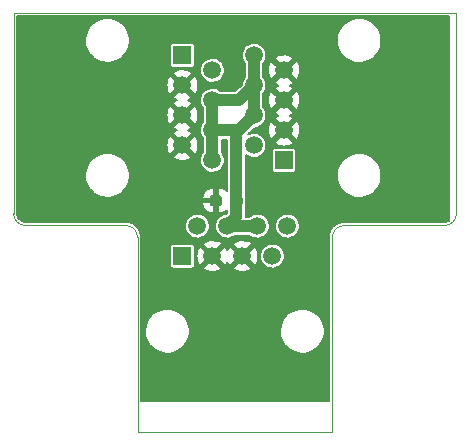
<source format=gbr>
G04 #@! TF.GenerationSoftware,KiCad,Pcbnew,5.99.0-unknown-06c979d~86~ubuntu18.04.1*
G04 #@! TF.CreationDate,2020-01-24T15:10:46+02:00*
G04 #@! TF.ProjectId,interconnect,696e7465-7263-46f6-9e6e-6563742e6b69,rev?*
G04 #@! TF.SameCoordinates,Original*
G04 #@! TF.FileFunction,Copper,L2,Bot*
G04 #@! TF.FilePolarity,Positive*
%FSLAX46Y46*%
G04 Gerber Fmt 4.6, Leading zero omitted, Abs format (unit mm)*
G04 Created by KiCad (PCBNEW 5.99.0-unknown-06c979d~86~ubuntu18.04.1) date 2020-01-24 15:10:46*
%MOMM*%
%LPD*%
G04 APERTURE LIST*
%ADD10C,0.050000*%
%ADD11C,1.500000*%
%ADD12R,1.500000X1.500000*%
%ADD13C,1.000000*%
%ADD14C,0.200000*%
G04 APERTURE END LIST*
D10*
X93000000Y-97500000D02*
G75*
G02*
X92000000Y-96500000I0J1000000D01*
G01*
X129500000Y-96500000D02*
G75*
G02*
X128500000Y-97500000I-1000000J0D01*
G01*
X101500000Y-97500000D02*
G75*
G02*
X102500000Y-98500000I0J-1000000D01*
G01*
X119000000Y-98500000D02*
G75*
G02*
X120000000Y-97500000I1000000J0D01*
G01*
X102500000Y-115000000D02*
X119000000Y-115000000D01*
X102500000Y-98500000D02*
X102500000Y-115000000D01*
X101500000Y-97500000D02*
X93000000Y-97500000D01*
X119000000Y-98500000D02*
X119000000Y-115000000D01*
X128500000Y-97500000D02*
X120000000Y-97500000D01*
X92000000Y-96500000D02*
X92000000Y-79500000D01*
X129500000Y-79500000D02*
X129500000Y-96500000D01*
X92000000Y-79500000D02*
X129500000Y-79500000D01*
G04 #@! TA.AperFunction,SMDPad,CuDef*
G36*
X109503387Y-94943079D02*
G01*
X109580438Y-94994562D01*
X109631921Y-95071613D01*
X109650000Y-95162500D01*
X109650000Y-95637500D01*
X109631921Y-95728387D01*
X109580438Y-95805438D01*
X109503387Y-95856921D01*
X109412500Y-95875000D01*
X108837500Y-95875000D01*
X108746613Y-95856921D01*
X108669562Y-95805438D01*
X108618079Y-95728387D01*
X108600000Y-95637500D01*
X108600000Y-95162500D01*
X108618079Y-95071613D01*
X108669562Y-94994562D01*
X108746613Y-94943079D01*
X108837500Y-94925000D01*
X109412500Y-94925000D01*
X109503387Y-94943079D01*
G37*
G04 #@! TD.AperFunction*
G04 #@! TA.AperFunction,SMDPad,CuDef*
G36*
X111253387Y-94943079D02*
G01*
X111330438Y-94994562D01*
X111381921Y-95071613D01*
X111400000Y-95162500D01*
X111400000Y-95637500D01*
X111381921Y-95728387D01*
X111330438Y-95805438D01*
X111253387Y-95856921D01*
X111162500Y-95875000D01*
X110587500Y-95875000D01*
X110496613Y-95856921D01*
X110419562Y-95805438D01*
X110368079Y-95728387D01*
X110350000Y-95637500D01*
X110350000Y-95162500D01*
X110368079Y-95071613D01*
X110419562Y-94994562D01*
X110496613Y-94943079D01*
X110587500Y-94925000D01*
X111162500Y-94925000D01*
X111253387Y-94943079D01*
G37*
G04 #@! TD.AperFunction*
D11*
X112360000Y-83110000D03*
X114900000Y-84380000D03*
X112360000Y-85650000D03*
X114900000Y-86920000D03*
X112360000Y-88190000D03*
X114900000Y-89460000D03*
X112360000Y-90730000D03*
D12*
X114900000Y-92000000D03*
D11*
X115190000Y-97560000D03*
X113920000Y-100100000D03*
X112650000Y-97560000D03*
X111380000Y-100100000D03*
X110110000Y-97560000D03*
X108840000Y-100100000D03*
X107570000Y-97560000D03*
D12*
X106300000Y-100100000D03*
D11*
X108840000Y-91990000D03*
X106300000Y-90720000D03*
X108840000Y-89450000D03*
X106300000Y-88180000D03*
X108840000Y-86910000D03*
X106300000Y-85640000D03*
X108840000Y-84370000D03*
D12*
X106300000Y-83100000D03*
D13*
X112360000Y-85650000D02*
X112360000Y-83110000D01*
X108840000Y-89450000D02*
X108840000Y-91990000D01*
X108840000Y-86910000D02*
X111100000Y-86910000D01*
X111100000Y-86910000D02*
X112360000Y-85650000D01*
X110850000Y-89450000D02*
X111100000Y-89450000D01*
X108840000Y-89450000D02*
X110850000Y-89450000D01*
X110110000Y-97560000D02*
X110859999Y-96810001D01*
X110859999Y-96810001D02*
X110859999Y-89459999D01*
X110859999Y-89459999D02*
X110850000Y-89450000D01*
X110110000Y-97560000D02*
X112650000Y-97560000D01*
X111100000Y-89450000D02*
X112360000Y-88190000D01*
X112360000Y-85650000D02*
X112360000Y-88190000D01*
X108840000Y-86910000D02*
X108840000Y-89450000D01*
G36*
X128901000Y-97063132D02*
G01*
X128867918Y-97088793D01*
X128742010Y-97150747D01*
X128602585Y-97187065D01*
X128465550Y-97197609D01*
X128454630Y-97201000D01*
X120022390Y-97201000D01*
X119988152Y-97195853D01*
X119976520Y-97196765D01*
X119812565Y-97209381D01*
X119797464Y-97214070D01*
X119781585Y-97214527D01*
X119770366Y-97217446D01*
X119563975Y-97271206D01*
X119546645Y-97280208D01*
X119527544Y-97284706D01*
X119517147Y-97289823D01*
X119325797Y-97383980D01*
X119310633Y-97396281D01*
X119292784Y-97404547D01*
X119283670Y-97411631D01*
X119115160Y-97542341D01*
X119102778Y-97557442D01*
X119087060Y-97569051D01*
X119079503Y-97577842D01*
X118940669Y-97739823D01*
X118931578Y-97757103D01*
X118918422Y-97771739D01*
X118912783Y-97781940D01*
X118912784Y-97781940D01*
X118809450Y-97968358D01*
X118804019Y-97987114D01*
X118794116Y-98004026D01*
X118790645Y-98015089D01*
X118726865Y-98218609D01*
X118725316Y-98238075D01*
X118719003Y-98256672D01*
X118717839Y-98268185D01*
X118696287Y-98480356D01*
X118701000Y-98518467D01*
X118701001Y-112401000D01*
X102799000Y-112401000D01*
X102799000Y-106541366D01*
X103127873Y-106541366D01*
X103162270Y-106821514D01*
X103237700Y-107093502D01*
X103352502Y-107351352D01*
X103504156Y-107589401D01*
X103689330Y-107802420D01*
X103903957Y-107985728D01*
X104143321Y-108135299D01*
X104402164Y-108247848D01*
X104674798Y-108320900D01*
X104955237Y-108352851D01*
X105237318Y-108343001D01*
X105514843Y-108291565D01*
X105781718Y-108199672D01*
X106032080Y-108069343D01*
X106260427Y-107903438D01*
X106461743Y-107705605D01*
X106631607Y-107480188D01*
X106766286Y-107232140D01*
X106862823Y-106966910D01*
X106919355Y-106689045D01*
X106923221Y-106541366D01*
X114557873Y-106541366D01*
X114592270Y-106821514D01*
X114667700Y-107093502D01*
X114782502Y-107351352D01*
X114934156Y-107589401D01*
X115119330Y-107802420D01*
X115333957Y-107985728D01*
X115573321Y-108135299D01*
X115832164Y-108247848D01*
X116104798Y-108320900D01*
X116385237Y-108352851D01*
X116667318Y-108343001D01*
X116944843Y-108291565D01*
X117211718Y-108199672D01*
X117462080Y-108069343D01*
X117690427Y-107903438D01*
X117891743Y-107705605D01*
X118061607Y-107480188D01*
X118196286Y-107232140D01*
X118292823Y-106966910D01*
X118349355Y-106689045D01*
X118359276Y-106310164D01*
X118317364Y-106029722D01*
X118234841Y-105759802D01*
X118113329Y-105505045D01*
X117955495Y-105271047D01*
X117764808Y-105062948D01*
X117545456Y-104885322D01*
X117302259Y-104742068D01*
X117040559Y-104636334D01*
X116766105Y-104570443D01*
X116484926Y-104545844D01*
X116203201Y-104563074D01*
X115927115Y-104621758D01*
X115662737Y-104720605D01*
X115415874Y-104857443D01*
X115191948Y-105029268D01*
X114995879Y-105232304D01*
X114831974Y-105462090D01*
X114703834Y-105713579D01*
X114614275Y-105981246D01*
X114565261Y-106259210D01*
X114557873Y-106541366D01*
X106923221Y-106541366D01*
X106929276Y-106310164D01*
X106887364Y-106029722D01*
X106804841Y-105759802D01*
X106683329Y-105505045D01*
X106525495Y-105271047D01*
X106334808Y-105062948D01*
X106115456Y-104885322D01*
X105872259Y-104742068D01*
X105610559Y-104636334D01*
X105336105Y-104570443D01*
X105054926Y-104545844D01*
X104773201Y-104563074D01*
X104497115Y-104621758D01*
X104232737Y-104720605D01*
X103985874Y-104857443D01*
X103761948Y-105029268D01*
X103565879Y-105232304D01*
X103401974Y-105462090D01*
X103273834Y-105713579D01*
X103184275Y-105981246D01*
X103135261Y-106259210D01*
X103127873Y-106541366D01*
X102799000Y-106541366D01*
X102799000Y-101164295D01*
X107994908Y-101164295D01*
X108152592Y-101276357D01*
X108371771Y-101379495D01*
X108605750Y-101442189D01*
X108847133Y-101462459D01*
X109088292Y-101439663D01*
X109321601Y-101374521D01*
X109539688Y-101269094D01*
X109683933Y-101164295D01*
X110534908Y-101164295D01*
X110692592Y-101276357D01*
X110911771Y-101379495D01*
X111145750Y-101442189D01*
X111387133Y-101462459D01*
X111628292Y-101439663D01*
X111861601Y-101374521D01*
X112079688Y-101269094D01*
X112224605Y-101163807D01*
X111380000Y-100319203D01*
X110534908Y-101164295D01*
X109683933Y-101164295D01*
X109684605Y-101163807D01*
X108840000Y-100319203D01*
X107994908Y-101164295D01*
X102799000Y-101164295D01*
X102799000Y-99340250D01*
X105247082Y-99340250D01*
X105247082Y-100859750D01*
X105268348Y-100966664D01*
X105334433Y-101065567D01*
X105433336Y-101131652D01*
X105540250Y-101152918D01*
X107059750Y-101152918D01*
X107166664Y-101131652D01*
X107265567Y-101065567D01*
X107331652Y-100966664D01*
X107352918Y-100859750D01*
X107352918Y-100064334D01*
X107477990Y-100064334D01*
X107493199Y-100306089D01*
X107550980Y-100541330D01*
X107649505Y-100762621D01*
X107774400Y-100946397D01*
X108620797Y-100100000D01*
X109059203Y-100100000D01*
X109906418Y-100947215D01*
X110037369Y-100750118D01*
X110109611Y-100583176D01*
X110189505Y-100762621D01*
X110314400Y-100946397D01*
X111160797Y-100100000D01*
X111599203Y-100100000D01*
X112446418Y-100947215D01*
X112577369Y-100750118D01*
X112673571Y-100527808D01*
X112729184Y-100290701D01*
X112734274Y-100096320D01*
X112865598Y-100096320D01*
X112886394Y-100308412D01*
X112949412Y-100511991D01*
X113052078Y-100698739D01*
X113190198Y-100861030D01*
X113358131Y-100992233D01*
X113549015Y-101086989D01*
X113755054Y-101141427D01*
X113967831Y-101153323D01*
X114178655Y-101122191D01*
X114378911Y-101049303D01*
X114560423Y-100937638D01*
X114715772Y-100791754D01*
X114838615Y-100617614D01*
X114923933Y-100422328D01*
X114968278Y-100213704D01*
X114969046Y-99993616D01*
X114926159Y-99784688D01*
X114842206Y-99588813D01*
X114720582Y-99413818D01*
X114566254Y-99266854D01*
X114385527Y-99153923D01*
X114185784Y-99079639D01*
X113975184Y-99047037D01*
X113762329Y-99057447D01*
X113555915Y-99110445D01*
X113364373Y-99203866D01*
X113195529Y-99333894D01*
X113056280Y-99495216D01*
X112952312Y-99681244D01*
X112887874Y-99884378D01*
X112865598Y-100096320D01*
X112734274Y-100096320D01*
X112737316Y-99980171D01*
X112694188Y-99740479D01*
X112609752Y-99513438D01*
X112452190Y-99247013D01*
X111599203Y-100100000D01*
X111160797Y-100100000D01*
X110316848Y-99256051D01*
X110225816Y-99375981D01*
X110115844Y-99591812D01*
X110108251Y-99616960D01*
X110069752Y-99513438D01*
X109912190Y-99247013D01*
X109059203Y-100100000D01*
X108620797Y-100100000D01*
X107776848Y-99256051D01*
X107685816Y-99375981D01*
X107575844Y-99591812D01*
X107505831Y-99823707D01*
X107477990Y-100064334D01*
X107352918Y-100064334D01*
X107352918Y-99340250D01*
X107331652Y-99233336D01*
X107265567Y-99134433D01*
X107166664Y-99068348D01*
X107059750Y-99047082D01*
X105540250Y-99047082D01*
X105433336Y-99068348D01*
X105334433Y-99134433D01*
X105268348Y-99233336D01*
X105247082Y-99340250D01*
X102799000Y-99340250D01*
X102799000Y-99031614D01*
X107990817Y-99031614D01*
X108840000Y-99880797D01*
X109689183Y-99031614D01*
X110530817Y-99031614D01*
X111380000Y-99880797D01*
X112237836Y-99022961D01*
X111927645Y-98852430D01*
X111698064Y-98775168D01*
X111458429Y-98739781D01*
X111216316Y-98747390D01*
X110979376Y-98797753D01*
X110755100Y-98889279D01*
X110530817Y-99031614D01*
X109689183Y-99031614D01*
X109697836Y-99022961D01*
X109387645Y-98852430D01*
X109158064Y-98775168D01*
X108918429Y-98739781D01*
X108676316Y-98747390D01*
X108439376Y-98797753D01*
X108215100Y-98889279D01*
X107990817Y-99031614D01*
X102799000Y-99031614D01*
X102799000Y-98522390D01*
X102804147Y-98488152D01*
X102803235Y-98476520D01*
X102790619Y-98312565D01*
X102785930Y-98297464D01*
X102785473Y-98281585D01*
X102782554Y-98270366D01*
X102728794Y-98063975D01*
X102719792Y-98046645D01*
X102715294Y-98027544D01*
X102710177Y-98017147D01*
X102616020Y-97825797D01*
X102603719Y-97810633D01*
X102595453Y-97792784D01*
X102588369Y-97783670D01*
X102457659Y-97615160D01*
X102442558Y-97602778D01*
X102430949Y-97587060D01*
X102422158Y-97579503D01*
X102395110Y-97556320D01*
X106515598Y-97556320D01*
X106536394Y-97768412D01*
X106599412Y-97971991D01*
X106702078Y-98158739D01*
X106840198Y-98321030D01*
X107008131Y-98452233D01*
X107199015Y-98546989D01*
X107405054Y-98601427D01*
X107617831Y-98613323D01*
X107828655Y-98582191D01*
X108028911Y-98509303D01*
X108210423Y-98397638D01*
X108365772Y-98251754D01*
X108488615Y-98077614D01*
X108573933Y-97882328D01*
X108618278Y-97673704D01*
X108619046Y-97453616D01*
X108576159Y-97244688D01*
X108492206Y-97048813D01*
X108370582Y-96873818D01*
X108216254Y-96726854D01*
X108035527Y-96613923D01*
X107835784Y-96539639D01*
X107625184Y-96507037D01*
X107412329Y-96517447D01*
X107205915Y-96570445D01*
X107014373Y-96663866D01*
X106845529Y-96793894D01*
X106706280Y-96955216D01*
X106602312Y-97141244D01*
X106537874Y-97344378D01*
X106515598Y-97556320D01*
X102395110Y-97556320D01*
X102260177Y-97440669D01*
X102242897Y-97431578D01*
X102228261Y-97418422D01*
X102218060Y-97412783D01*
X102218060Y-97412784D01*
X102031642Y-97309450D01*
X102012886Y-97304019D01*
X101995974Y-97294116D01*
X101984911Y-97290645D01*
X101781391Y-97226865D01*
X101761925Y-97225316D01*
X101743328Y-97219003D01*
X101731770Y-97217834D01*
X101519644Y-97196287D01*
X101481533Y-97201000D01*
X93049385Y-97201000D01*
X93042250Y-97198578D01*
X93030692Y-97197409D01*
X92860397Y-97180111D01*
X92726484Y-97138146D01*
X92603761Y-97070120D01*
X92497211Y-96978796D01*
X92411208Y-96867921D01*
X92349253Y-96742010D01*
X92312935Y-96602585D01*
X92302391Y-96465550D01*
X92299000Y-96454630D01*
X92299000Y-95554999D01*
X107968044Y-95554999D01*
X108061897Y-95986431D01*
X108195148Y-96193775D01*
X108378676Y-96352803D01*
X108599573Y-96453682D01*
X108832861Y-96487224D01*
X108970000Y-96487224D01*
X108970001Y-95555000D01*
X107968044Y-95554999D01*
X92299000Y-95554999D01*
X92299000Y-95245000D01*
X107975246Y-95245000D01*
X108970000Y-95245001D01*
X108970001Y-94312776D01*
X108829298Y-94312776D01*
X108488569Y-94386897D01*
X108281225Y-94520148D01*
X108122197Y-94703676D01*
X108021318Y-94924573D01*
X107975246Y-95245000D01*
X92299000Y-95245000D01*
X92299000Y-93351366D01*
X98047873Y-93351366D01*
X98082270Y-93631514D01*
X98157700Y-93903502D01*
X98272502Y-94161352D01*
X98424156Y-94399401D01*
X98609330Y-94612420D01*
X98823957Y-94795728D01*
X99063321Y-94945299D01*
X99322164Y-95057848D01*
X99594798Y-95130900D01*
X99875237Y-95162851D01*
X100157318Y-95153001D01*
X100434843Y-95101565D01*
X100701718Y-95009672D01*
X100952080Y-94879343D01*
X101180427Y-94713438D01*
X101381743Y-94515605D01*
X101551607Y-94290188D01*
X101686286Y-94042140D01*
X101782823Y-93776910D01*
X101839355Y-93499045D01*
X101849276Y-93120164D01*
X101807364Y-92839722D01*
X101724841Y-92569802D01*
X101603329Y-92315045D01*
X101445495Y-92081047D01*
X101254808Y-91872948D01*
X101145330Y-91784295D01*
X105454908Y-91784295D01*
X105612592Y-91896357D01*
X105831771Y-91999495D01*
X106065750Y-92062189D01*
X106307133Y-92082459D01*
X106548292Y-92059663D01*
X106781601Y-91994521D01*
X106999688Y-91889094D01*
X107144605Y-91783807D01*
X106300000Y-90939203D01*
X105454908Y-91784295D01*
X101145330Y-91784295D01*
X101035456Y-91695322D01*
X100792259Y-91552068D01*
X100530559Y-91446334D01*
X100256105Y-91380443D01*
X99974926Y-91355844D01*
X99693201Y-91373074D01*
X99417115Y-91431758D01*
X99152737Y-91530605D01*
X98905874Y-91667443D01*
X98681948Y-91839268D01*
X98485879Y-92042304D01*
X98321974Y-92272090D01*
X98193834Y-92523579D01*
X98104275Y-92791246D01*
X98055261Y-93069210D01*
X98047873Y-93351366D01*
X92299000Y-93351366D01*
X92299000Y-90684334D01*
X104937990Y-90684334D01*
X104953199Y-90926089D01*
X105010980Y-91161330D01*
X105109505Y-91382621D01*
X105234400Y-91566397D01*
X106080797Y-90720000D01*
X106519203Y-90720000D01*
X107366418Y-91567215D01*
X107497369Y-91370118D01*
X107593571Y-91147808D01*
X107649184Y-90910701D01*
X107657316Y-90600171D01*
X107614188Y-90360479D01*
X107529752Y-90133438D01*
X107372190Y-89867013D01*
X106519203Y-90720000D01*
X106080797Y-90720000D01*
X105236848Y-89876051D01*
X105145816Y-89995981D01*
X105035844Y-90211812D01*
X104965831Y-90443707D01*
X104937990Y-90684334D01*
X92299000Y-90684334D01*
X92299000Y-89651614D01*
X105450817Y-89651614D01*
X106300000Y-90500797D01*
X107157836Y-89642961D01*
X106847645Y-89472430D01*
X106786866Y-89451976D01*
X106999688Y-89349094D01*
X107144605Y-89243807D01*
X106300000Y-88399203D01*
X105454908Y-89244295D01*
X105612592Y-89356357D01*
X105815664Y-89451916D01*
X105675100Y-89509279D01*
X105450817Y-89651614D01*
X92299000Y-89651614D01*
X92299000Y-88144334D01*
X104937990Y-88144334D01*
X104953199Y-88386089D01*
X105010980Y-88621330D01*
X105109505Y-88842621D01*
X105234400Y-89026397D01*
X106080797Y-88180000D01*
X106519203Y-88180000D01*
X107366418Y-89027215D01*
X107497369Y-88830118D01*
X107593571Y-88607808D01*
X107649184Y-88370701D01*
X107657316Y-88060171D01*
X107614188Y-87820479D01*
X107529752Y-87593438D01*
X107372190Y-87327013D01*
X106519203Y-88180000D01*
X106080797Y-88180000D01*
X105236848Y-87336051D01*
X105145816Y-87455981D01*
X105035844Y-87671812D01*
X104965831Y-87903707D01*
X104937990Y-88144334D01*
X92299000Y-88144334D01*
X92299000Y-87111614D01*
X105450817Y-87111614D01*
X106300000Y-87960797D01*
X107157836Y-87102961D01*
X106847645Y-86932430D01*
X106786866Y-86911976D01*
X106798566Y-86906320D01*
X107785598Y-86906320D01*
X107806394Y-87118412D01*
X107869412Y-87321991D01*
X107972078Y-87508739D01*
X108041000Y-87589722D01*
X108041001Y-88770236D01*
X107976280Y-88845216D01*
X107872312Y-89031244D01*
X107807874Y-89234378D01*
X107785598Y-89446320D01*
X107806394Y-89658412D01*
X107869412Y-89861991D01*
X107972078Y-90048739D01*
X108041000Y-90129722D01*
X108041001Y-91310236D01*
X107976280Y-91385216D01*
X107872312Y-91571244D01*
X107807874Y-91774378D01*
X107785598Y-91986320D01*
X107806394Y-92198412D01*
X107869412Y-92401991D01*
X107972078Y-92588739D01*
X108110198Y-92751030D01*
X108278131Y-92882233D01*
X108469015Y-92976989D01*
X108675054Y-93031427D01*
X108887831Y-93043323D01*
X109098655Y-93012191D01*
X109298911Y-92939303D01*
X109480423Y-92827638D01*
X109635772Y-92681754D01*
X109758615Y-92507614D01*
X109843933Y-92312328D01*
X109888278Y-92103704D01*
X109889046Y-91883616D01*
X109846159Y-91674688D01*
X109762206Y-91478813D01*
X109640582Y-91303818D01*
X109639000Y-91302311D01*
X109639000Y-90249000D01*
X110061000Y-90249000D01*
X110060999Y-94615790D01*
X110054852Y-94606225D01*
X109871324Y-94447197D01*
X109650427Y-94346318D01*
X109417139Y-94312776D01*
X109280000Y-94312776D01*
X109279999Y-95245001D01*
X109280000Y-95245001D01*
X109279999Y-96487224D01*
X109420702Y-96487224D01*
X109761431Y-96413103D01*
X109968775Y-96279852D01*
X110060999Y-96173420D01*
X110060999Y-96479044D01*
X110026209Y-96513834D01*
X109952329Y-96517447D01*
X109745915Y-96570445D01*
X109554373Y-96663866D01*
X109385529Y-96793894D01*
X109246280Y-96955216D01*
X109142312Y-97141244D01*
X109077874Y-97344378D01*
X109055598Y-97556320D01*
X109076394Y-97768412D01*
X109139412Y-97971991D01*
X109242078Y-98158739D01*
X109380198Y-98321030D01*
X109548131Y-98452233D01*
X109739015Y-98546989D01*
X109945054Y-98601427D01*
X110157831Y-98613323D01*
X110368655Y-98582191D01*
X110568911Y-98509303D01*
X110750423Y-98397638D01*
X110791567Y-98359000D01*
X111968798Y-98359000D01*
X112088131Y-98452233D01*
X112279015Y-98546989D01*
X112485054Y-98601427D01*
X112697831Y-98613323D01*
X112908655Y-98582191D01*
X113108911Y-98509303D01*
X113290423Y-98397638D01*
X113445772Y-98251754D01*
X113568615Y-98077614D01*
X113653933Y-97882328D01*
X113698278Y-97673704D01*
X113698687Y-97556320D01*
X114135598Y-97556320D01*
X114156394Y-97768412D01*
X114219412Y-97971991D01*
X114322078Y-98158739D01*
X114460198Y-98321030D01*
X114628131Y-98452233D01*
X114819015Y-98546989D01*
X115025054Y-98601427D01*
X115237831Y-98613323D01*
X115448655Y-98582191D01*
X115648911Y-98509303D01*
X115830423Y-98397638D01*
X115985772Y-98251754D01*
X116108615Y-98077614D01*
X116193933Y-97882328D01*
X116238278Y-97673704D01*
X116239046Y-97453616D01*
X116196159Y-97244688D01*
X116112206Y-97048813D01*
X115990582Y-96873818D01*
X115836254Y-96726854D01*
X115655527Y-96613923D01*
X115455784Y-96539639D01*
X115245184Y-96507037D01*
X115032329Y-96517447D01*
X114825915Y-96570445D01*
X114634373Y-96663866D01*
X114465529Y-96793894D01*
X114326280Y-96955216D01*
X114222312Y-97141244D01*
X114157874Y-97344378D01*
X114135598Y-97556320D01*
X113698687Y-97556320D01*
X113699046Y-97453616D01*
X113656159Y-97244688D01*
X113572206Y-97048813D01*
X113450582Y-96873818D01*
X113296254Y-96726854D01*
X113115527Y-96613923D01*
X112915784Y-96539639D01*
X112705184Y-96507037D01*
X112492329Y-96517447D01*
X112285915Y-96570445D01*
X112094373Y-96663866D01*
X111968243Y-96761000D01*
X111661579Y-96761000D01*
X111663137Y-96721335D01*
X111658999Y-96705727D01*
X111658999Y-95843993D01*
X111667323Y-95830549D01*
X111702464Y-95642560D01*
X111702464Y-95155128D01*
X111658999Y-94970330D01*
X111658999Y-93361366D01*
X119347873Y-93361366D01*
X119382270Y-93641514D01*
X119457700Y-93913502D01*
X119572502Y-94171352D01*
X119724156Y-94409401D01*
X119909330Y-94622420D01*
X120123957Y-94805728D01*
X120363321Y-94955299D01*
X120622164Y-95067848D01*
X120894798Y-95140900D01*
X121175237Y-95172851D01*
X121457318Y-95163001D01*
X121734843Y-95111565D01*
X122001718Y-95019672D01*
X122252080Y-94889343D01*
X122480427Y-94723438D01*
X122681743Y-94525605D01*
X122851607Y-94300188D01*
X122986286Y-94052140D01*
X123082823Y-93786910D01*
X123139355Y-93509045D01*
X123149276Y-93130164D01*
X123107364Y-92849722D01*
X123024841Y-92579802D01*
X122903329Y-92325045D01*
X122745495Y-92091047D01*
X122554808Y-91882948D01*
X122335456Y-91705322D01*
X122092259Y-91562068D01*
X121830559Y-91456334D01*
X121556105Y-91390443D01*
X121274926Y-91365844D01*
X120993201Y-91383074D01*
X120717115Y-91441758D01*
X120452737Y-91540605D01*
X120205874Y-91677443D01*
X119981948Y-91849268D01*
X119785879Y-92052304D01*
X119621974Y-92282090D01*
X119493834Y-92533579D01*
X119404275Y-92801246D01*
X119355261Y-93079210D01*
X119347873Y-93361366D01*
X111658999Y-93361366D01*
X111658999Y-91513532D01*
X111798131Y-91622233D01*
X111989015Y-91716989D01*
X112195054Y-91771427D01*
X112407831Y-91783323D01*
X112618655Y-91752191D01*
X112818911Y-91679303D01*
X113000423Y-91567638D01*
X113155772Y-91421754D01*
X113278615Y-91247614D01*
X113281832Y-91240250D01*
X113847082Y-91240250D01*
X113847082Y-92759750D01*
X113868348Y-92866664D01*
X113934433Y-92965567D01*
X114033336Y-93031652D01*
X114140250Y-93052918D01*
X115659750Y-93052918D01*
X115766664Y-93031652D01*
X115865567Y-92965567D01*
X115931652Y-92866664D01*
X115952918Y-92759750D01*
X115952918Y-91240250D01*
X115931652Y-91133336D01*
X115865567Y-91034433D01*
X115766664Y-90968348D01*
X115659750Y-90947082D01*
X114140250Y-90947082D01*
X114033336Y-90968348D01*
X113934433Y-91034433D01*
X113868348Y-91133336D01*
X113847082Y-91240250D01*
X113281832Y-91240250D01*
X113363933Y-91052328D01*
X113408278Y-90843704D01*
X113409046Y-90623616D01*
X113388659Y-90524295D01*
X114054908Y-90524295D01*
X114212592Y-90636357D01*
X114431771Y-90739495D01*
X114665750Y-90802189D01*
X114907133Y-90822459D01*
X115148292Y-90799663D01*
X115381601Y-90734521D01*
X115599688Y-90629094D01*
X115744605Y-90523807D01*
X114900000Y-89679203D01*
X114054908Y-90524295D01*
X113388659Y-90524295D01*
X113366159Y-90414688D01*
X113282206Y-90218813D01*
X113160582Y-90043818D01*
X113006254Y-89896854D01*
X112825527Y-89783923D01*
X112625784Y-89709639D01*
X112415184Y-89677037D01*
X112202329Y-89687447D01*
X111995915Y-89740445D01*
X111885811Y-89794146D01*
X112255623Y-89424334D01*
X113537990Y-89424334D01*
X113553199Y-89666089D01*
X113610980Y-89901330D01*
X113709505Y-90122621D01*
X113834400Y-90306397D01*
X114680797Y-89460000D01*
X115119203Y-89460000D01*
X115966418Y-90307215D01*
X116097369Y-90110118D01*
X116193571Y-89887808D01*
X116249184Y-89650701D01*
X116257316Y-89340171D01*
X116214188Y-89100479D01*
X116129752Y-88873438D01*
X115972190Y-88607013D01*
X115119203Y-89460000D01*
X114680797Y-89460000D01*
X113836848Y-88616051D01*
X113745816Y-88735981D01*
X113635844Y-88951812D01*
X113565831Y-89183707D01*
X113537990Y-89424334D01*
X112255623Y-89424334D01*
X112441624Y-89238333D01*
X112618655Y-89212191D01*
X112818911Y-89139303D01*
X113000423Y-89027638D01*
X113155772Y-88881754D01*
X113278615Y-88707614D01*
X113363933Y-88512328D01*
X113389591Y-88391614D01*
X114050817Y-88391614D01*
X114900000Y-89240797D01*
X115757836Y-88382961D01*
X115447645Y-88212430D01*
X115386866Y-88191976D01*
X115599688Y-88089094D01*
X115744605Y-87983807D01*
X114900000Y-87139203D01*
X114054908Y-87984295D01*
X114212592Y-88096357D01*
X114415664Y-88191916D01*
X114275100Y-88249279D01*
X114050817Y-88391614D01*
X113389591Y-88391614D01*
X113408278Y-88303704D01*
X113409046Y-88083616D01*
X113366159Y-87874688D01*
X113282206Y-87678813D01*
X113160582Y-87503818D01*
X113159000Y-87502311D01*
X113159000Y-86884334D01*
X113537990Y-86884334D01*
X113553199Y-87126089D01*
X113610980Y-87361330D01*
X113709505Y-87582621D01*
X113834400Y-87766397D01*
X114680797Y-86920000D01*
X115119203Y-86920000D01*
X115966418Y-87767215D01*
X116097369Y-87570118D01*
X116193571Y-87347808D01*
X116249184Y-87110701D01*
X116257316Y-86800171D01*
X116214188Y-86560479D01*
X116129752Y-86333438D01*
X115972190Y-86067013D01*
X115119203Y-86920000D01*
X114680797Y-86920000D01*
X113836848Y-86076051D01*
X113745816Y-86195981D01*
X113635844Y-86411812D01*
X113565831Y-86643707D01*
X113537990Y-86884334D01*
X113159000Y-86884334D01*
X113159000Y-86337177D01*
X113278615Y-86167614D01*
X113363933Y-85972328D01*
X113389591Y-85851614D01*
X114050817Y-85851614D01*
X114900000Y-86700797D01*
X115757836Y-85842961D01*
X115447645Y-85672430D01*
X115386866Y-85651976D01*
X115599688Y-85549094D01*
X115744605Y-85443807D01*
X114900000Y-84599203D01*
X114054908Y-85444295D01*
X114212592Y-85556357D01*
X114415664Y-85651916D01*
X114275100Y-85709279D01*
X114050817Y-85851614D01*
X113389591Y-85851614D01*
X113408278Y-85763704D01*
X113409046Y-85543616D01*
X113366159Y-85334688D01*
X113282206Y-85138813D01*
X113160582Y-84963818D01*
X113159000Y-84962311D01*
X113159000Y-84344334D01*
X113537990Y-84344334D01*
X113553199Y-84586089D01*
X113610980Y-84821330D01*
X113709505Y-85042621D01*
X113834400Y-85226397D01*
X114680797Y-84380000D01*
X115119203Y-84380000D01*
X115966418Y-85227215D01*
X116097369Y-85030118D01*
X116193571Y-84807808D01*
X116249184Y-84570701D01*
X116257316Y-84260171D01*
X116214188Y-84020479D01*
X116129752Y-83793438D01*
X115972190Y-83527013D01*
X115119203Y-84380000D01*
X114680797Y-84380000D01*
X113836848Y-83536051D01*
X113745816Y-83655981D01*
X113635844Y-83871812D01*
X113565831Y-84103707D01*
X113537990Y-84344334D01*
X113159000Y-84344334D01*
X113159000Y-83797177D01*
X113278615Y-83627614D01*
X113363933Y-83432328D01*
X113389591Y-83311614D01*
X114050817Y-83311614D01*
X114900000Y-84160797D01*
X115757836Y-83302961D01*
X115447645Y-83132430D01*
X115218064Y-83055168D01*
X114978429Y-83019781D01*
X114736316Y-83027390D01*
X114499376Y-83077753D01*
X114275100Y-83169279D01*
X114050817Y-83311614D01*
X113389591Y-83311614D01*
X113408278Y-83223704D01*
X113409046Y-83003616D01*
X113366159Y-82794688D01*
X113282206Y-82598813D01*
X113160582Y-82423818D01*
X113006254Y-82276854D01*
X112825527Y-82163923D01*
X112625784Y-82089639D01*
X112415184Y-82057037D01*
X112202329Y-82067447D01*
X111995915Y-82120445D01*
X111804373Y-82213866D01*
X111635529Y-82343894D01*
X111496280Y-82505216D01*
X111392312Y-82691244D01*
X111327874Y-82894378D01*
X111305598Y-83106320D01*
X111326394Y-83318412D01*
X111389412Y-83521991D01*
X111492078Y-83708739D01*
X111561001Y-83789723D01*
X111561000Y-84970236D01*
X111496280Y-85045216D01*
X111392312Y-85231244D01*
X111327874Y-85434378D01*
X111314040Y-85566002D01*
X110769043Y-86111000D01*
X109522111Y-86111000D01*
X109486254Y-86076854D01*
X109305527Y-85963923D01*
X109105784Y-85889639D01*
X108895184Y-85857037D01*
X108682329Y-85867447D01*
X108475915Y-85920445D01*
X108284373Y-86013866D01*
X108115529Y-86143894D01*
X107976280Y-86305216D01*
X107872312Y-86491244D01*
X107807874Y-86694378D01*
X107785598Y-86906320D01*
X106798566Y-86906320D01*
X106999688Y-86809094D01*
X107144605Y-86703807D01*
X106300000Y-85859203D01*
X105454908Y-86704295D01*
X105612592Y-86816357D01*
X105815664Y-86911916D01*
X105675100Y-86969279D01*
X105450817Y-87111614D01*
X92299000Y-87111614D01*
X92299000Y-85604334D01*
X104937990Y-85604334D01*
X104953199Y-85846089D01*
X105010980Y-86081330D01*
X105109505Y-86302621D01*
X105234400Y-86486397D01*
X106080797Y-85640000D01*
X106519203Y-85640000D01*
X107366418Y-86487215D01*
X107497369Y-86290118D01*
X107593571Y-86067808D01*
X107649184Y-85830701D01*
X107657316Y-85520171D01*
X107614188Y-85280479D01*
X107529752Y-85053438D01*
X107372190Y-84787013D01*
X106519203Y-85640000D01*
X106080797Y-85640000D01*
X105236848Y-84796051D01*
X105145816Y-84915981D01*
X105035844Y-85131812D01*
X104965831Y-85363707D01*
X104937990Y-85604334D01*
X92299000Y-85604334D01*
X92299000Y-84571614D01*
X105450817Y-84571614D01*
X106300000Y-85420797D01*
X107157836Y-84562961D01*
X106847645Y-84392430D01*
X106770061Y-84366320D01*
X107785598Y-84366320D01*
X107806394Y-84578412D01*
X107869412Y-84781991D01*
X107972078Y-84968739D01*
X108110198Y-85131030D01*
X108278131Y-85262233D01*
X108469015Y-85356989D01*
X108675054Y-85411427D01*
X108887831Y-85423323D01*
X109098655Y-85392191D01*
X109298911Y-85319303D01*
X109480423Y-85207638D01*
X109635772Y-85061754D01*
X109758615Y-84887614D01*
X109843933Y-84692328D01*
X109888278Y-84483704D01*
X109889046Y-84263616D01*
X109846159Y-84054688D01*
X109762206Y-83858813D01*
X109640582Y-83683818D01*
X109486254Y-83536854D01*
X109305527Y-83423923D01*
X109105784Y-83349639D01*
X108895184Y-83317037D01*
X108682329Y-83327447D01*
X108475915Y-83380445D01*
X108284373Y-83473866D01*
X108115529Y-83603894D01*
X107976280Y-83765216D01*
X107872312Y-83951244D01*
X107807874Y-84154378D01*
X107785598Y-84366320D01*
X106770061Y-84366320D01*
X106618064Y-84315168D01*
X106378429Y-84279781D01*
X106136316Y-84287390D01*
X105899376Y-84337753D01*
X105675100Y-84429279D01*
X105450817Y-84571614D01*
X92299000Y-84571614D01*
X92299000Y-81921366D01*
X98047873Y-81921366D01*
X98082270Y-82201514D01*
X98157700Y-82473502D01*
X98272502Y-82731352D01*
X98424156Y-82969401D01*
X98609330Y-83182420D01*
X98823957Y-83365728D01*
X99063321Y-83515299D01*
X99322164Y-83627848D01*
X99594798Y-83700900D01*
X99875237Y-83732851D01*
X100157318Y-83723001D01*
X100434843Y-83671565D01*
X100701718Y-83579672D01*
X100952080Y-83449343D01*
X101180427Y-83283438D01*
X101381743Y-83085605D01*
X101551607Y-82860188D01*
X101686286Y-82612140D01*
X101782823Y-82346910D01*
X101784177Y-82340250D01*
X105247082Y-82340250D01*
X105247082Y-83859750D01*
X105268348Y-83966664D01*
X105334433Y-84065567D01*
X105433336Y-84131652D01*
X105540250Y-84152918D01*
X107059750Y-84152918D01*
X107166664Y-84131652D01*
X107265567Y-84065567D01*
X107331652Y-83966664D01*
X107352918Y-83859750D01*
X107352918Y-82340250D01*
X107331652Y-82233336D01*
X107265567Y-82134433D01*
X107166664Y-82068348D01*
X107059750Y-82047082D01*
X105540250Y-82047082D01*
X105433336Y-82068348D01*
X105334433Y-82134433D01*
X105268348Y-82233336D01*
X105247082Y-82340250D01*
X101784177Y-82340250D01*
X101839355Y-82069045D01*
X101842960Y-81931366D01*
X119347873Y-81931366D01*
X119382270Y-82211514D01*
X119457700Y-82483502D01*
X119572502Y-82741352D01*
X119724156Y-82979401D01*
X119909330Y-83192420D01*
X120123957Y-83375728D01*
X120363321Y-83525299D01*
X120622164Y-83637848D01*
X120894798Y-83710900D01*
X121175237Y-83742851D01*
X121457318Y-83733001D01*
X121734843Y-83681565D01*
X122001718Y-83589672D01*
X122252080Y-83459343D01*
X122480427Y-83293438D01*
X122681743Y-83095605D01*
X122851607Y-82870188D01*
X122986286Y-82622140D01*
X123082823Y-82356910D01*
X123139355Y-82079045D01*
X123149276Y-81700164D01*
X123107364Y-81419722D01*
X123024841Y-81149802D01*
X122903329Y-80895045D01*
X122745495Y-80661047D01*
X122554808Y-80452948D01*
X122335456Y-80275322D01*
X122092259Y-80132068D01*
X121830559Y-80026334D01*
X121556105Y-79960443D01*
X121274926Y-79935844D01*
X120993201Y-79953074D01*
X120717115Y-80011758D01*
X120452737Y-80110605D01*
X120205874Y-80247443D01*
X119981948Y-80419268D01*
X119785879Y-80622304D01*
X119621974Y-80852090D01*
X119493834Y-81103579D01*
X119404275Y-81371246D01*
X119355261Y-81649210D01*
X119347873Y-81931366D01*
X101842960Y-81931366D01*
X101849276Y-81690164D01*
X101807364Y-81409722D01*
X101724841Y-81139802D01*
X101603329Y-80885045D01*
X101445495Y-80651047D01*
X101254808Y-80442948D01*
X101035456Y-80265322D01*
X100792259Y-80122068D01*
X100530559Y-80016334D01*
X100256105Y-79950443D01*
X99974926Y-79925844D01*
X99693201Y-79943074D01*
X99417115Y-80001758D01*
X99152737Y-80100605D01*
X98905874Y-80237443D01*
X98681948Y-80409268D01*
X98485879Y-80612304D01*
X98321974Y-80842090D01*
X98193834Y-81093579D01*
X98104275Y-81361246D01*
X98055261Y-81639210D01*
X98047873Y-81921366D01*
X92299000Y-81921366D01*
X92299000Y-79799000D01*
X128901000Y-79799000D01*
X128901000Y-97063132D01*
G37*
D14*
X128901000Y-97063132D02*
X128867918Y-97088793D01*
X128742010Y-97150747D01*
X128602585Y-97187065D01*
X128465550Y-97197609D01*
X128454630Y-97201000D01*
X120022390Y-97201000D01*
X119988152Y-97195853D01*
X119976520Y-97196765D01*
X119812565Y-97209381D01*
X119797464Y-97214070D01*
X119781585Y-97214527D01*
X119770366Y-97217446D01*
X119563975Y-97271206D01*
X119546645Y-97280208D01*
X119527544Y-97284706D01*
X119517147Y-97289823D01*
X119325797Y-97383980D01*
X119310633Y-97396281D01*
X119292784Y-97404547D01*
X119283670Y-97411631D01*
X119115160Y-97542341D01*
X119102778Y-97557442D01*
X119087060Y-97569051D01*
X119079503Y-97577842D01*
X118940669Y-97739823D01*
X118931578Y-97757103D01*
X118918422Y-97771739D01*
X118912783Y-97781940D01*
X118912784Y-97781940D01*
X118809450Y-97968358D01*
X118804019Y-97987114D01*
X118794116Y-98004026D01*
X118790645Y-98015089D01*
X118726865Y-98218609D01*
X118725316Y-98238075D01*
X118719003Y-98256672D01*
X118717839Y-98268185D01*
X118696287Y-98480356D01*
X118701000Y-98518467D01*
X118701001Y-112401000D01*
X102799000Y-112401000D01*
X102799000Y-106541366D01*
X103127873Y-106541366D01*
X103162270Y-106821514D01*
X103237700Y-107093502D01*
X103352502Y-107351352D01*
X103504156Y-107589401D01*
X103689330Y-107802420D01*
X103903957Y-107985728D01*
X104143321Y-108135299D01*
X104402164Y-108247848D01*
X104674798Y-108320900D01*
X104955237Y-108352851D01*
X105237318Y-108343001D01*
X105514843Y-108291565D01*
X105781718Y-108199672D01*
X106032080Y-108069343D01*
X106260427Y-107903438D01*
X106461743Y-107705605D01*
X106631607Y-107480188D01*
X106766286Y-107232140D01*
X106862823Y-106966910D01*
X106919355Y-106689045D01*
X106923221Y-106541366D01*
X114557873Y-106541366D01*
X114592270Y-106821514D01*
X114667700Y-107093502D01*
X114782502Y-107351352D01*
X114934156Y-107589401D01*
X115119330Y-107802420D01*
X115333957Y-107985728D01*
X115573321Y-108135299D01*
X115832164Y-108247848D01*
X116104798Y-108320900D01*
X116385237Y-108352851D01*
X116667318Y-108343001D01*
X116944843Y-108291565D01*
X117211718Y-108199672D01*
X117462080Y-108069343D01*
X117690427Y-107903438D01*
X117891743Y-107705605D01*
X118061607Y-107480188D01*
X118196286Y-107232140D01*
X118292823Y-106966910D01*
X118349355Y-106689045D01*
X118359276Y-106310164D01*
X118317364Y-106029722D01*
X118234841Y-105759802D01*
X118113329Y-105505045D01*
X117955495Y-105271047D01*
X117764808Y-105062948D01*
X117545456Y-104885322D01*
X117302259Y-104742068D01*
X117040559Y-104636334D01*
X116766105Y-104570443D01*
X116484926Y-104545844D01*
X116203201Y-104563074D01*
X115927115Y-104621758D01*
X115662737Y-104720605D01*
X115415874Y-104857443D01*
X115191948Y-105029268D01*
X114995879Y-105232304D01*
X114831974Y-105462090D01*
X114703834Y-105713579D01*
X114614275Y-105981246D01*
X114565261Y-106259210D01*
X114557873Y-106541366D01*
X106923221Y-106541366D01*
X106929276Y-106310164D01*
X106887364Y-106029722D01*
X106804841Y-105759802D01*
X106683329Y-105505045D01*
X106525495Y-105271047D01*
X106334808Y-105062948D01*
X106115456Y-104885322D01*
X105872259Y-104742068D01*
X105610559Y-104636334D01*
X105336105Y-104570443D01*
X105054926Y-104545844D01*
X104773201Y-104563074D01*
X104497115Y-104621758D01*
X104232737Y-104720605D01*
X103985874Y-104857443D01*
X103761948Y-105029268D01*
X103565879Y-105232304D01*
X103401974Y-105462090D01*
X103273834Y-105713579D01*
X103184275Y-105981246D01*
X103135261Y-106259210D01*
X103127873Y-106541366D01*
X102799000Y-106541366D01*
X102799000Y-101164295D01*
X107994908Y-101164295D01*
X108152592Y-101276357D01*
X108371771Y-101379495D01*
X108605750Y-101442189D01*
X108847133Y-101462459D01*
X109088292Y-101439663D01*
X109321601Y-101374521D01*
X109539688Y-101269094D01*
X109683933Y-101164295D01*
X110534908Y-101164295D01*
X110692592Y-101276357D01*
X110911771Y-101379495D01*
X111145750Y-101442189D01*
X111387133Y-101462459D01*
X111628292Y-101439663D01*
X111861601Y-101374521D01*
X112079688Y-101269094D01*
X112224605Y-101163807D01*
X111380000Y-100319203D01*
X110534908Y-101164295D01*
X109683933Y-101164295D01*
X109684605Y-101163807D01*
X108840000Y-100319203D01*
X107994908Y-101164295D01*
X102799000Y-101164295D01*
X102799000Y-99340250D01*
X105247082Y-99340250D01*
X105247082Y-100859750D01*
X105268348Y-100966664D01*
X105334433Y-101065567D01*
X105433336Y-101131652D01*
X105540250Y-101152918D01*
X107059750Y-101152918D01*
X107166664Y-101131652D01*
X107265567Y-101065567D01*
X107331652Y-100966664D01*
X107352918Y-100859750D01*
X107352918Y-100064334D01*
X107477990Y-100064334D01*
X107493199Y-100306089D01*
X107550980Y-100541330D01*
X107649505Y-100762621D01*
X107774400Y-100946397D01*
X108620797Y-100100000D01*
X109059203Y-100100000D01*
X109906418Y-100947215D01*
X110037369Y-100750118D01*
X110109611Y-100583176D01*
X110189505Y-100762621D01*
X110314400Y-100946397D01*
X111160797Y-100100000D01*
X111599203Y-100100000D01*
X112446418Y-100947215D01*
X112577369Y-100750118D01*
X112673571Y-100527808D01*
X112729184Y-100290701D01*
X112734274Y-100096320D01*
X112865598Y-100096320D01*
X112886394Y-100308412D01*
X112949412Y-100511991D01*
X113052078Y-100698739D01*
X113190198Y-100861030D01*
X113358131Y-100992233D01*
X113549015Y-101086989D01*
X113755054Y-101141427D01*
X113967831Y-101153323D01*
X114178655Y-101122191D01*
X114378911Y-101049303D01*
X114560423Y-100937638D01*
X114715772Y-100791754D01*
X114838615Y-100617614D01*
X114923933Y-100422328D01*
X114968278Y-100213704D01*
X114969046Y-99993616D01*
X114926159Y-99784688D01*
X114842206Y-99588813D01*
X114720582Y-99413818D01*
X114566254Y-99266854D01*
X114385527Y-99153923D01*
X114185784Y-99079639D01*
X113975184Y-99047037D01*
X113762329Y-99057447D01*
X113555915Y-99110445D01*
X113364373Y-99203866D01*
X113195529Y-99333894D01*
X113056280Y-99495216D01*
X112952312Y-99681244D01*
X112887874Y-99884378D01*
X112865598Y-100096320D01*
X112734274Y-100096320D01*
X112737316Y-99980171D01*
X112694188Y-99740479D01*
X112609752Y-99513438D01*
X112452190Y-99247013D01*
X111599203Y-100100000D01*
X111160797Y-100100000D01*
X110316848Y-99256051D01*
X110225816Y-99375981D01*
X110115844Y-99591812D01*
X110108251Y-99616960D01*
X110069752Y-99513438D01*
X109912190Y-99247013D01*
X109059203Y-100100000D01*
X108620797Y-100100000D01*
X107776848Y-99256051D01*
X107685816Y-99375981D01*
X107575844Y-99591812D01*
X107505831Y-99823707D01*
X107477990Y-100064334D01*
X107352918Y-100064334D01*
X107352918Y-99340250D01*
X107331652Y-99233336D01*
X107265567Y-99134433D01*
X107166664Y-99068348D01*
X107059750Y-99047082D01*
X105540250Y-99047082D01*
X105433336Y-99068348D01*
X105334433Y-99134433D01*
X105268348Y-99233336D01*
X105247082Y-99340250D01*
X102799000Y-99340250D01*
X102799000Y-99031614D01*
X107990817Y-99031614D01*
X108840000Y-99880797D01*
X109689183Y-99031614D01*
X110530817Y-99031614D01*
X111380000Y-99880797D01*
X112237836Y-99022961D01*
X111927645Y-98852430D01*
X111698064Y-98775168D01*
X111458429Y-98739781D01*
X111216316Y-98747390D01*
X110979376Y-98797753D01*
X110755100Y-98889279D01*
X110530817Y-99031614D01*
X109689183Y-99031614D01*
X109697836Y-99022961D01*
X109387645Y-98852430D01*
X109158064Y-98775168D01*
X108918429Y-98739781D01*
X108676316Y-98747390D01*
X108439376Y-98797753D01*
X108215100Y-98889279D01*
X107990817Y-99031614D01*
X102799000Y-99031614D01*
X102799000Y-98522390D01*
X102804147Y-98488152D01*
X102803235Y-98476520D01*
X102790619Y-98312565D01*
X102785930Y-98297464D01*
X102785473Y-98281585D01*
X102782554Y-98270366D01*
X102728794Y-98063975D01*
X102719792Y-98046645D01*
X102715294Y-98027544D01*
X102710177Y-98017147D01*
X102616020Y-97825797D01*
X102603719Y-97810633D01*
X102595453Y-97792784D01*
X102588369Y-97783670D01*
X102457659Y-97615160D01*
X102442558Y-97602778D01*
X102430949Y-97587060D01*
X102422158Y-97579503D01*
X102395110Y-97556320D01*
X106515598Y-97556320D01*
X106536394Y-97768412D01*
X106599412Y-97971991D01*
X106702078Y-98158739D01*
X106840198Y-98321030D01*
X107008131Y-98452233D01*
X107199015Y-98546989D01*
X107405054Y-98601427D01*
X107617831Y-98613323D01*
X107828655Y-98582191D01*
X108028911Y-98509303D01*
X108210423Y-98397638D01*
X108365772Y-98251754D01*
X108488615Y-98077614D01*
X108573933Y-97882328D01*
X108618278Y-97673704D01*
X108619046Y-97453616D01*
X108576159Y-97244688D01*
X108492206Y-97048813D01*
X108370582Y-96873818D01*
X108216254Y-96726854D01*
X108035527Y-96613923D01*
X107835784Y-96539639D01*
X107625184Y-96507037D01*
X107412329Y-96517447D01*
X107205915Y-96570445D01*
X107014373Y-96663866D01*
X106845529Y-96793894D01*
X106706280Y-96955216D01*
X106602312Y-97141244D01*
X106537874Y-97344378D01*
X106515598Y-97556320D01*
X102395110Y-97556320D01*
X102260177Y-97440669D01*
X102242897Y-97431578D01*
X102228261Y-97418422D01*
X102218060Y-97412783D01*
X102218060Y-97412784D01*
X102031642Y-97309450D01*
X102012886Y-97304019D01*
X101995974Y-97294116D01*
X101984911Y-97290645D01*
X101781391Y-97226865D01*
X101761925Y-97225316D01*
X101743328Y-97219003D01*
X101731770Y-97217834D01*
X101519644Y-97196287D01*
X101481533Y-97201000D01*
X93049385Y-97201000D01*
X93042250Y-97198578D01*
X93030692Y-97197409D01*
X92860397Y-97180111D01*
X92726484Y-97138146D01*
X92603761Y-97070120D01*
X92497211Y-96978796D01*
X92411208Y-96867921D01*
X92349253Y-96742010D01*
X92312935Y-96602585D01*
X92302391Y-96465550D01*
X92299000Y-96454630D01*
X92299000Y-95554999D01*
X107968044Y-95554999D01*
X108061897Y-95986431D01*
X108195148Y-96193775D01*
X108378676Y-96352803D01*
X108599573Y-96453682D01*
X108832861Y-96487224D01*
X108970000Y-96487224D01*
X108970001Y-95555000D01*
X107968044Y-95554999D01*
X92299000Y-95554999D01*
X92299000Y-95245000D01*
X107975246Y-95245000D01*
X108970000Y-95245001D01*
X108970001Y-94312776D01*
X108829298Y-94312776D01*
X108488569Y-94386897D01*
X108281225Y-94520148D01*
X108122197Y-94703676D01*
X108021318Y-94924573D01*
X107975246Y-95245000D01*
X92299000Y-95245000D01*
X92299000Y-93351366D01*
X98047873Y-93351366D01*
X98082270Y-93631514D01*
X98157700Y-93903502D01*
X98272502Y-94161352D01*
X98424156Y-94399401D01*
X98609330Y-94612420D01*
X98823957Y-94795728D01*
X99063321Y-94945299D01*
X99322164Y-95057848D01*
X99594798Y-95130900D01*
X99875237Y-95162851D01*
X100157318Y-95153001D01*
X100434843Y-95101565D01*
X100701718Y-95009672D01*
X100952080Y-94879343D01*
X101180427Y-94713438D01*
X101381743Y-94515605D01*
X101551607Y-94290188D01*
X101686286Y-94042140D01*
X101782823Y-93776910D01*
X101839355Y-93499045D01*
X101849276Y-93120164D01*
X101807364Y-92839722D01*
X101724841Y-92569802D01*
X101603329Y-92315045D01*
X101445495Y-92081047D01*
X101254808Y-91872948D01*
X101145330Y-91784295D01*
X105454908Y-91784295D01*
X105612592Y-91896357D01*
X105831771Y-91999495D01*
X106065750Y-92062189D01*
X106307133Y-92082459D01*
X106548292Y-92059663D01*
X106781601Y-91994521D01*
X106999688Y-91889094D01*
X107144605Y-91783807D01*
X106300000Y-90939203D01*
X105454908Y-91784295D01*
X101145330Y-91784295D01*
X101035456Y-91695322D01*
X100792259Y-91552068D01*
X100530559Y-91446334D01*
X100256105Y-91380443D01*
X99974926Y-91355844D01*
X99693201Y-91373074D01*
X99417115Y-91431758D01*
X99152737Y-91530605D01*
X98905874Y-91667443D01*
X98681948Y-91839268D01*
X98485879Y-92042304D01*
X98321974Y-92272090D01*
X98193834Y-92523579D01*
X98104275Y-92791246D01*
X98055261Y-93069210D01*
X98047873Y-93351366D01*
X92299000Y-93351366D01*
X92299000Y-90684334D01*
X104937990Y-90684334D01*
X104953199Y-90926089D01*
X105010980Y-91161330D01*
X105109505Y-91382621D01*
X105234400Y-91566397D01*
X106080797Y-90720000D01*
X106519203Y-90720000D01*
X107366418Y-91567215D01*
X107497369Y-91370118D01*
X107593571Y-91147808D01*
X107649184Y-90910701D01*
X107657316Y-90600171D01*
X107614188Y-90360479D01*
X107529752Y-90133438D01*
X107372190Y-89867013D01*
X106519203Y-90720000D01*
X106080797Y-90720000D01*
X105236848Y-89876051D01*
X105145816Y-89995981D01*
X105035844Y-90211812D01*
X104965831Y-90443707D01*
X104937990Y-90684334D01*
X92299000Y-90684334D01*
X92299000Y-89651614D01*
X105450817Y-89651614D01*
X106300000Y-90500797D01*
X107157836Y-89642961D01*
X106847645Y-89472430D01*
X106786866Y-89451976D01*
X106999688Y-89349094D01*
X107144605Y-89243807D01*
X106300000Y-88399203D01*
X105454908Y-89244295D01*
X105612592Y-89356357D01*
X105815664Y-89451916D01*
X105675100Y-89509279D01*
X105450817Y-89651614D01*
X92299000Y-89651614D01*
X92299000Y-88144334D01*
X104937990Y-88144334D01*
X104953199Y-88386089D01*
X105010980Y-88621330D01*
X105109505Y-88842621D01*
X105234400Y-89026397D01*
X106080797Y-88180000D01*
X106519203Y-88180000D01*
X107366418Y-89027215D01*
X107497369Y-88830118D01*
X107593571Y-88607808D01*
X107649184Y-88370701D01*
X107657316Y-88060171D01*
X107614188Y-87820479D01*
X107529752Y-87593438D01*
X107372190Y-87327013D01*
X106519203Y-88180000D01*
X106080797Y-88180000D01*
X105236848Y-87336051D01*
X105145816Y-87455981D01*
X105035844Y-87671812D01*
X104965831Y-87903707D01*
X104937990Y-88144334D01*
X92299000Y-88144334D01*
X92299000Y-87111614D01*
X105450817Y-87111614D01*
X106300000Y-87960797D01*
X107157836Y-87102961D01*
X106847645Y-86932430D01*
X106786866Y-86911976D01*
X106798566Y-86906320D01*
X107785598Y-86906320D01*
X107806394Y-87118412D01*
X107869412Y-87321991D01*
X107972078Y-87508739D01*
X108041000Y-87589722D01*
X108041001Y-88770236D01*
X107976280Y-88845216D01*
X107872312Y-89031244D01*
X107807874Y-89234378D01*
X107785598Y-89446320D01*
X107806394Y-89658412D01*
X107869412Y-89861991D01*
X107972078Y-90048739D01*
X108041000Y-90129722D01*
X108041001Y-91310236D01*
X107976280Y-91385216D01*
X107872312Y-91571244D01*
X107807874Y-91774378D01*
X107785598Y-91986320D01*
X107806394Y-92198412D01*
X107869412Y-92401991D01*
X107972078Y-92588739D01*
X108110198Y-92751030D01*
X108278131Y-92882233D01*
X108469015Y-92976989D01*
X108675054Y-93031427D01*
X108887831Y-93043323D01*
X109098655Y-93012191D01*
X109298911Y-92939303D01*
X109480423Y-92827638D01*
X109635772Y-92681754D01*
X109758615Y-92507614D01*
X109843933Y-92312328D01*
X109888278Y-92103704D01*
X109889046Y-91883616D01*
X109846159Y-91674688D01*
X109762206Y-91478813D01*
X109640582Y-91303818D01*
X109639000Y-91302311D01*
X109639000Y-90249000D01*
X110061000Y-90249000D01*
X110060999Y-94615790D01*
X110054852Y-94606225D01*
X109871324Y-94447197D01*
X109650427Y-94346318D01*
X109417139Y-94312776D01*
X109280000Y-94312776D01*
X109279999Y-95245001D01*
X109280000Y-95245001D01*
X109279999Y-96487224D01*
X109420702Y-96487224D01*
X109761431Y-96413103D01*
X109968775Y-96279852D01*
X110060999Y-96173420D01*
X110060999Y-96479044D01*
X110026209Y-96513834D01*
X109952329Y-96517447D01*
X109745915Y-96570445D01*
X109554373Y-96663866D01*
X109385529Y-96793894D01*
X109246280Y-96955216D01*
X109142312Y-97141244D01*
X109077874Y-97344378D01*
X109055598Y-97556320D01*
X109076394Y-97768412D01*
X109139412Y-97971991D01*
X109242078Y-98158739D01*
X109380198Y-98321030D01*
X109548131Y-98452233D01*
X109739015Y-98546989D01*
X109945054Y-98601427D01*
X110157831Y-98613323D01*
X110368655Y-98582191D01*
X110568911Y-98509303D01*
X110750423Y-98397638D01*
X110791567Y-98359000D01*
X111968798Y-98359000D01*
X112088131Y-98452233D01*
X112279015Y-98546989D01*
X112485054Y-98601427D01*
X112697831Y-98613323D01*
X112908655Y-98582191D01*
X113108911Y-98509303D01*
X113290423Y-98397638D01*
X113445772Y-98251754D01*
X113568615Y-98077614D01*
X113653933Y-97882328D01*
X113698278Y-97673704D01*
X113698687Y-97556320D01*
X114135598Y-97556320D01*
X114156394Y-97768412D01*
X114219412Y-97971991D01*
X114322078Y-98158739D01*
X114460198Y-98321030D01*
X114628131Y-98452233D01*
X114819015Y-98546989D01*
X115025054Y-98601427D01*
X115237831Y-98613323D01*
X115448655Y-98582191D01*
X115648911Y-98509303D01*
X115830423Y-98397638D01*
X115985772Y-98251754D01*
X116108615Y-98077614D01*
X116193933Y-97882328D01*
X116238278Y-97673704D01*
X116239046Y-97453616D01*
X116196159Y-97244688D01*
X116112206Y-97048813D01*
X115990582Y-96873818D01*
X115836254Y-96726854D01*
X115655527Y-96613923D01*
X115455784Y-96539639D01*
X115245184Y-96507037D01*
X115032329Y-96517447D01*
X114825915Y-96570445D01*
X114634373Y-96663866D01*
X114465529Y-96793894D01*
X114326280Y-96955216D01*
X114222312Y-97141244D01*
X114157874Y-97344378D01*
X114135598Y-97556320D01*
X113698687Y-97556320D01*
X113699046Y-97453616D01*
X113656159Y-97244688D01*
X113572206Y-97048813D01*
X113450582Y-96873818D01*
X113296254Y-96726854D01*
X113115527Y-96613923D01*
X112915784Y-96539639D01*
X112705184Y-96507037D01*
X112492329Y-96517447D01*
X112285915Y-96570445D01*
X112094373Y-96663866D01*
X111968243Y-96761000D01*
X111661579Y-96761000D01*
X111663137Y-96721335D01*
X111658999Y-96705727D01*
X111658999Y-95843993D01*
X111667323Y-95830549D01*
X111702464Y-95642560D01*
X111702464Y-95155128D01*
X111658999Y-94970330D01*
X111658999Y-93361366D01*
X119347873Y-93361366D01*
X119382270Y-93641514D01*
X119457700Y-93913502D01*
X119572502Y-94171352D01*
X119724156Y-94409401D01*
X119909330Y-94622420D01*
X120123957Y-94805728D01*
X120363321Y-94955299D01*
X120622164Y-95067848D01*
X120894798Y-95140900D01*
X121175237Y-95172851D01*
X121457318Y-95163001D01*
X121734843Y-95111565D01*
X122001718Y-95019672D01*
X122252080Y-94889343D01*
X122480427Y-94723438D01*
X122681743Y-94525605D01*
X122851607Y-94300188D01*
X122986286Y-94052140D01*
X123082823Y-93786910D01*
X123139355Y-93509045D01*
X123149276Y-93130164D01*
X123107364Y-92849722D01*
X123024841Y-92579802D01*
X122903329Y-92325045D01*
X122745495Y-92091047D01*
X122554808Y-91882948D01*
X122335456Y-91705322D01*
X122092259Y-91562068D01*
X121830559Y-91456334D01*
X121556105Y-91390443D01*
X121274926Y-91365844D01*
X120993201Y-91383074D01*
X120717115Y-91441758D01*
X120452737Y-91540605D01*
X120205874Y-91677443D01*
X119981948Y-91849268D01*
X119785879Y-92052304D01*
X119621974Y-92282090D01*
X119493834Y-92533579D01*
X119404275Y-92801246D01*
X119355261Y-93079210D01*
X119347873Y-93361366D01*
X111658999Y-93361366D01*
X111658999Y-91513532D01*
X111798131Y-91622233D01*
X111989015Y-91716989D01*
X112195054Y-91771427D01*
X112407831Y-91783323D01*
X112618655Y-91752191D01*
X112818911Y-91679303D01*
X113000423Y-91567638D01*
X113155772Y-91421754D01*
X113278615Y-91247614D01*
X113281832Y-91240250D01*
X113847082Y-91240250D01*
X113847082Y-92759750D01*
X113868348Y-92866664D01*
X113934433Y-92965567D01*
X114033336Y-93031652D01*
X114140250Y-93052918D01*
X115659750Y-93052918D01*
X115766664Y-93031652D01*
X115865567Y-92965567D01*
X115931652Y-92866664D01*
X115952918Y-92759750D01*
X115952918Y-91240250D01*
X115931652Y-91133336D01*
X115865567Y-91034433D01*
X115766664Y-90968348D01*
X115659750Y-90947082D01*
X114140250Y-90947082D01*
X114033336Y-90968348D01*
X113934433Y-91034433D01*
X113868348Y-91133336D01*
X113847082Y-91240250D01*
X113281832Y-91240250D01*
X113363933Y-91052328D01*
X113408278Y-90843704D01*
X113409046Y-90623616D01*
X113388659Y-90524295D01*
X114054908Y-90524295D01*
X114212592Y-90636357D01*
X114431771Y-90739495D01*
X114665750Y-90802189D01*
X114907133Y-90822459D01*
X115148292Y-90799663D01*
X115381601Y-90734521D01*
X115599688Y-90629094D01*
X115744605Y-90523807D01*
X114900000Y-89679203D01*
X114054908Y-90524295D01*
X113388659Y-90524295D01*
X113366159Y-90414688D01*
X113282206Y-90218813D01*
X113160582Y-90043818D01*
X113006254Y-89896854D01*
X112825527Y-89783923D01*
X112625784Y-89709639D01*
X112415184Y-89677037D01*
X112202329Y-89687447D01*
X111995915Y-89740445D01*
X111885811Y-89794146D01*
X112255623Y-89424334D01*
X113537990Y-89424334D01*
X113553199Y-89666089D01*
X113610980Y-89901330D01*
X113709505Y-90122621D01*
X113834400Y-90306397D01*
X114680797Y-89460000D01*
X115119203Y-89460000D01*
X115966418Y-90307215D01*
X116097369Y-90110118D01*
X116193571Y-89887808D01*
X116249184Y-89650701D01*
X116257316Y-89340171D01*
X116214188Y-89100479D01*
X116129752Y-88873438D01*
X115972190Y-88607013D01*
X115119203Y-89460000D01*
X114680797Y-89460000D01*
X113836848Y-88616051D01*
X113745816Y-88735981D01*
X113635844Y-88951812D01*
X113565831Y-89183707D01*
X113537990Y-89424334D01*
X112255623Y-89424334D01*
X112441624Y-89238333D01*
X112618655Y-89212191D01*
X112818911Y-89139303D01*
X113000423Y-89027638D01*
X113155772Y-88881754D01*
X113278615Y-88707614D01*
X113363933Y-88512328D01*
X113389591Y-88391614D01*
X114050817Y-88391614D01*
X114900000Y-89240797D01*
X115757836Y-88382961D01*
X115447645Y-88212430D01*
X115386866Y-88191976D01*
X115599688Y-88089094D01*
X115744605Y-87983807D01*
X114900000Y-87139203D01*
X114054908Y-87984295D01*
X114212592Y-88096357D01*
X114415664Y-88191916D01*
X114275100Y-88249279D01*
X114050817Y-88391614D01*
X113389591Y-88391614D01*
X113408278Y-88303704D01*
X113409046Y-88083616D01*
X113366159Y-87874688D01*
X113282206Y-87678813D01*
X113160582Y-87503818D01*
X113159000Y-87502311D01*
X113159000Y-86884334D01*
X113537990Y-86884334D01*
X113553199Y-87126089D01*
X113610980Y-87361330D01*
X113709505Y-87582621D01*
X113834400Y-87766397D01*
X114680797Y-86920000D01*
X115119203Y-86920000D01*
X115966418Y-87767215D01*
X116097369Y-87570118D01*
X116193571Y-87347808D01*
X116249184Y-87110701D01*
X116257316Y-86800171D01*
X116214188Y-86560479D01*
X116129752Y-86333438D01*
X115972190Y-86067013D01*
X115119203Y-86920000D01*
X114680797Y-86920000D01*
X113836848Y-86076051D01*
X113745816Y-86195981D01*
X113635844Y-86411812D01*
X113565831Y-86643707D01*
X113537990Y-86884334D01*
X113159000Y-86884334D01*
X113159000Y-86337177D01*
X113278615Y-86167614D01*
X113363933Y-85972328D01*
X113389591Y-85851614D01*
X114050817Y-85851614D01*
X114900000Y-86700797D01*
X115757836Y-85842961D01*
X115447645Y-85672430D01*
X115386866Y-85651976D01*
X115599688Y-85549094D01*
X115744605Y-85443807D01*
X114900000Y-84599203D01*
X114054908Y-85444295D01*
X114212592Y-85556357D01*
X114415664Y-85651916D01*
X114275100Y-85709279D01*
X114050817Y-85851614D01*
X113389591Y-85851614D01*
X113408278Y-85763704D01*
X113409046Y-85543616D01*
X113366159Y-85334688D01*
X113282206Y-85138813D01*
X113160582Y-84963818D01*
X113159000Y-84962311D01*
X113159000Y-84344334D01*
X113537990Y-84344334D01*
X113553199Y-84586089D01*
X113610980Y-84821330D01*
X113709505Y-85042621D01*
X113834400Y-85226397D01*
X114680797Y-84380000D01*
X115119203Y-84380000D01*
X115966418Y-85227215D01*
X116097369Y-85030118D01*
X116193571Y-84807808D01*
X116249184Y-84570701D01*
X116257316Y-84260171D01*
X116214188Y-84020479D01*
X116129752Y-83793438D01*
X115972190Y-83527013D01*
X115119203Y-84380000D01*
X114680797Y-84380000D01*
X113836848Y-83536051D01*
X113745816Y-83655981D01*
X113635844Y-83871812D01*
X113565831Y-84103707D01*
X113537990Y-84344334D01*
X113159000Y-84344334D01*
X113159000Y-83797177D01*
X113278615Y-83627614D01*
X113363933Y-83432328D01*
X113389591Y-83311614D01*
X114050817Y-83311614D01*
X114900000Y-84160797D01*
X115757836Y-83302961D01*
X115447645Y-83132430D01*
X115218064Y-83055168D01*
X114978429Y-83019781D01*
X114736316Y-83027390D01*
X114499376Y-83077753D01*
X114275100Y-83169279D01*
X114050817Y-83311614D01*
X113389591Y-83311614D01*
X113408278Y-83223704D01*
X113409046Y-83003616D01*
X113366159Y-82794688D01*
X113282206Y-82598813D01*
X113160582Y-82423818D01*
X113006254Y-82276854D01*
X112825527Y-82163923D01*
X112625784Y-82089639D01*
X112415184Y-82057037D01*
X112202329Y-82067447D01*
X111995915Y-82120445D01*
X111804373Y-82213866D01*
X111635529Y-82343894D01*
X111496280Y-82505216D01*
X111392312Y-82691244D01*
X111327874Y-82894378D01*
X111305598Y-83106320D01*
X111326394Y-83318412D01*
X111389412Y-83521991D01*
X111492078Y-83708739D01*
X111561001Y-83789723D01*
X111561000Y-84970236D01*
X111496280Y-85045216D01*
X111392312Y-85231244D01*
X111327874Y-85434378D01*
X111314040Y-85566002D01*
X110769043Y-86111000D01*
X109522111Y-86111000D01*
X109486254Y-86076854D01*
X109305527Y-85963923D01*
X109105784Y-85889639D01*
X108895184Y-85857037D01*
X108682329Y-85867447D01*
X108475915Y-85920445D01*
X108284373Y-86013866D01*
X108115529Y-86143894D01*
X107976280Y-86305216D01*
X107872312Y-86491244D01*
X107807874Y-86694378D01*
X107785598Y-86906320D01*
X106798566Y-86906320D01*
X106999688Y-86809094D01*
X107144605Y-86703807D01*
X106300000Y-85859203D01*
X105454908Y-86704295D01*
X105612592Y-86816357D01*
X105815664Y-86911916D01*
X105675100Y-86969279D01*
X105450817Y-87111614D01*
X92299000Y-87111614D01*
X92299000Y-85604334D01*
X104937990Y-85604334D01*
X104953199Y-85846089D01*
X105010980Y-86081330D01*
X105109505Y-86302621D01*
X105234400Y-86486397D01*
X106080797Y-85640000D01*
X106519203Y-85640000D01*
X107366418Y-86487215D01*
X107497369Y-86290118D01*
X107593571Y-86067808D01*
X107649184Y-85830701D01*
X107657316Y-85520171D01*
X107614188Y-85280479D01*
X107529752Y-85053438D01*
X107372190Y-84787013D01*
X106519203Y-85640000D01*
X106080797Y-85640000D01*
X105236848Y-84796051D01*
X105145816Y-84915981D01*
X105035844Y-85131812D01*
X104965831Y-85363707D01*
X104937990Y-85604334D01*
X92299000Y-85604334D01*
X92299000Y-84571614D01*
X105450817Y-84571614D01*
X106300000Y-85420797D01*
X107157836Y-84562961D01*
X106847645Y-84392430D01*
X106770061Y-84366320D01*
X107785598Y-84366320D01*
X107806394Y-84578412D01*
X107869412Y-84781991D01*
X107972078Y-84968739D01*
X108110198Y-85131030D01*
X108278131Y-85262233D01*
X108469015Y-85356989D01*
X108675054Y-85411427D01*
X108887831Y-85423323D01*
X109098655Y-85392191D01*
X109298911Y-85319303D01*
X109480423Y-85207638D01*
X109635772Y-85061754D01*
X109758615Y-84887614D01*
X109843933Y-84692328D01*
X109888278Y-84483704D01*
X109889046Y-84263616D01*
X109846159Y-84054688D01*
X109762206Y-83858813D01*
X109640582Y-83683818D01*
X109486254Y-83536854D01*
X109305527Y-83423923D01*
X109105784Y-83349639D01*
X108895184Y-83317037D01*
X108682329Y-83327447D01*
X108475915Y-83380445D01*
X108284373Y-83473866D01*
X108115529Y-83603894D01*
X107976280Y-83765216D01*
X107872312Y-83951244D01*
X107807874Y-84154378D01*
X107785598Y-84366320D01*
X106770061Y-84366320D01*
X106618064Y-84315168D01*
X106378429Y-84279781D01*
X106136316Y-84287390D01*
X105899376Y-84337753D01*
X105675100Y-84429279D01*
X105450817Y-84571614D01*
X92299000Y-84571614D01*
X92299000Y-81921366D01*
X98047873Y-81921366D01*
X98082270Y-82201514D01*
X98157700Y-82473502D01*
X98272502Y-82731352D01*
X98424156Y-82969401D01*
X98609330Y-83182420D01*
X98823957Y-83365728D01*
X99063321Y-83515299D01*
X99322164Y-83627848D01*
X99594798Y-83700900D01*
X99875237Y-83732851D01*
X100157318Y-83723001D01*
X100434843Y-83671565D01*
X100701718Y-83579672D01*
X100952080Y-83449343D01*
X101180427Y-83283438D01*
X101381743Y-83085605D01*
X101551607Y-82860188D01*
X101686286Y-82612140D01*
X101782823Y-82346910D01*
X101784177Y-82340250D01*
X105247082Y-82340250D01*
X105247082Y-83859750D01*
X105268348Y-83966664D01*
X105334433Y-84065567D01*
X105433336Y-84131652D01*
X105540250Y-84152918D01*
X107059750Y-84152918D01*
X107166664Y-84131652D01*
X107265567Y-84065567D01*
X107331652Y-83966664D01*
X107352918Y-83859750D01*
X107352918Y-82340250D01*
X107331652Y-82233336D01*
X107265567Y-82134433D01*
X107166664Y-82068348D01*
X107059750Y-82047082D01*
X105540250Y-82047082D01*
X105433336Y-82068348D01*
X105334433Y-82134433D01*
X105268348Y-82233336D01*
X105247082Y-82340250D01*
X101784177Y-82340250D01*
X101839355Y-82069045D01*
X101842960Y-81931366D01*
X119347873Y-81931366D01*
X119382270Y-82211514D01*
X119457700Y-82483502D01*
X119572502Y-82741352D01*
X119724156Y-82979401D01*
X119909330Y-83192420D01*
X120123957Y-83375728D01*
X120363321Y-83525299D01*
X120622164Y-83637848D01*
X120894798Y-83710900D01*
X121175237Y-83742851D01*
X121457318Y-83733001D01*
X121734843Y-83681565D01*
X122001718Y-83589672D01*
X122252080Y-83459343D01*
X122480427Y-83293438D01*
X122681743Y-83095605D01*
X122851607Y-82870188D01*
X122986286Y-82622140D01*
X123082823Y-82356910D01*
X123139355Y-82079045D01*
X123149276Y-81700164D01*
X123107364Y-81419722D01*
X123024841Y-81149802D01*
X122903329Y-80895045D01*
X122745495Y-80661047D01*
X122554808Y-80452948D01*
X122335456Y-80275322D01*
X122092259Y-80132068D01*
X121830559Y-80026334D01*
X121556105Y-79960443D01*
X121274926Y-79935844D01*
X120993201Y-79953074D01*
X120717115Y-80011758D01*
X120452737Y-80110605D01*
X120205874Y-80247443D01*
X119981948Y-80419268D01*
X119785879Y-80622304D01*
X119621974Y-80852090D01*
X119493834Y-81103579D01*
X119404275Y-81371246D01*
X119355261Y-81649210D01*
X119347873Y-81931366D01*
X101842960Y-81931366D01*
X101849276Y-81690164D01*
X101807364Y-81409722D01*
X101724841Y-81139802D01*
X101603329Y-80885045D01*
X101445495Y-80651047D01*
X101254808Y-80442948D01*
X101035456Y-80265322D01*
X100792259Y-80122068D01*
X100530559Y-80016334D01*
X100256105Y-79950443D01*
X99974926Y-79925844D01*
X99693201Y-79943074D01*
X99417115Y-80001758D01*
X99152737Y-80100605D01*
X98905874Y-80237443D01*
X98681948Y-80409268D01*
X98485879Y-80612304D01*
X98321974Y-80842090D01*
X98193834Y-81093579D01*
X98104275Y-81361246D01*
X98055261Y-81639210D01*
X98047873Y-81921366D01*
X92299000Y-81921366D01*
X92299000Y-79799000D01*
X128901000Y-79799000D01*
X128901000Y-97063132D01*
M02*

</source>
